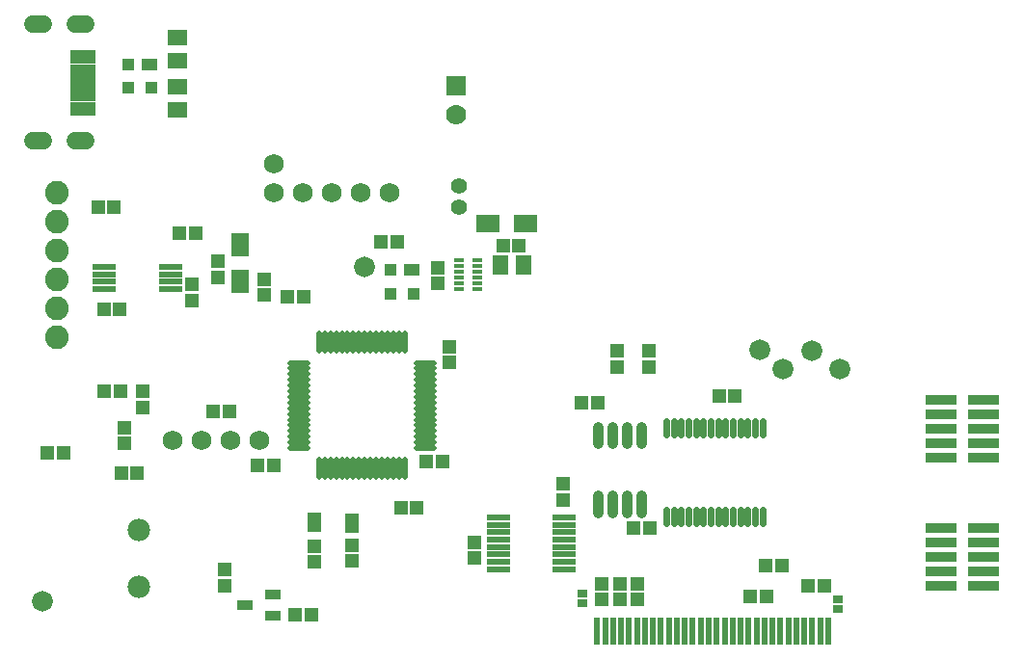
<source format=gts>
G04 ---------------------------- Layer name :TOP SOLDER LAYER*
G04 EasyEDA v5.7.26, Mon, 08 Oct 2018 11:53:26 GMT*
G04 3e30844db99a4207a4187d0db1b8c40a*
G04 Gerber Generator version 0.2*
G04 Scale: 100 percent, Rotated: No, Reflected: No *
G04 Dimensions in inches *
G04 leading zeros omitted , absolute positions ,2 integer and 4 decimal *
%FSLAX24Y24*%
%MOIN*%
G90*
G70D02*

%ADD14C,0.035559*%
%ADD15C,0.023748*%
%ADD16C,0.019024*%
%ADD19R,0.051307X0.047370*%
%ADD20R,0.047370X0.051307*%
%ADD21R,0.086740X0.025717*%
%ADD22R,0.086740X0.051307*%
%ADD23R,0.041000X0.041000*%
%ADD24R,0.055000X0.041000*%
%ADD25R,0.065870X0.053670*%
%ADD26R,0.061500X0.079500*%
%ADD27R,0.035600X0.017843*%
%ADD28R,0.053670X0.065870*%
%ADD29R,0.079500X0.061500*%
%ADD30R,0.033590X0.031620*%
%ADD31R,0.057213X0.035559*%
%ADD32R,0.079000X0.024000*%
%ADD33R,0.047370X0.068000*%
%ADD34R,0.110400X0.033600*%
%ADD35R,0.021780X0.094614*%
%ADD36R,0.070000X0.070000*%
%ADD37C,0.070000*%
%ADD38C,0.055240*%
%ADD39C,0.078000*%
%ADD40C,0.068000*%
%ADD41C,0.072000*%
%ADD42C,0.082000*%
%ADD43C,0.059181*%

%LPD*%
G54D14*
G01X19900Y5529D02*
G01X19900Y6120D01*
G01X20400Y5529D02*
G01X20400Y6120D01*
G01X20900Y5529D02*
G01X20900Y6120D01*
G01X21400Y5529D02*
G01X21400Y6120D01*
G01X19900Y7909D02*
G01X19900Y8500D01*
G01X20400Y7909D02*
G01X20400Y8500D01*
G01X20900Y7909D02*
G01X20900Y8500D01*
G01X21400Y7909D02*
G01X21400Y8500D01*
G54D43*
G01X720Y18382D02*
G01X365Y18382D01*
G01X720Y22417D02*
G01X365Y22417D01*
G01X2177Y22417D02*
G01X1822Y22417D01*
G01X2177Y18382D02*
G01X1822Y18382D01*
G54D15*
G01X25585Y8691D02*
G01X25585Y8218D01*
G01X25328Y8691D02*
G01X25328Y8218D01*
G01X25073Y8691D02*
G01X25073Y8218D01*
G01X24818Y8691D02*
G01X24818Y8218D01*
G01X24561Y8691D02*
G01X24561Y8218D01*
G01X24306Y8691D02*
G01X24306Y8218D01*
G01X24050Y8691D02*
G01X24050Y8218D01*
G01X23793Y8691D02*
G01X23793Y8218D01*
G01X23538Y8691D02*
G01X23538Y8218D01*
G01X23281Y8691D02*
G01X23281Y8218D01*
G01X23026Y8691D02*
G01X23026Y8218D01*
G01X22769Y8691D02*
G01X22769Y8218D01*
G01X22514Y8691D02*
G01X22514Y8218D01*
G01X22259Y8691D02*
G01X22259Y8218D01*
G01X25585Y5631D02*
G01X25585Y5158D01*
G01X25328Y5631D02*
G01X25328Y5158D01*
G01X25073Y5631D02*
G01X25073Y5158D01*
G01X24818Y5631D02*
G01X24818Y5158D01*
G01X24561Y5631D02*
G01X24561Y5158D01*
G01X24306Y5631D02*
G01X24306Y5158D01*
G01X24050Y5631D02*
G01X24050Y5158D01*
G01X23793Y5631D02*
G01X23793Y5158D01*
G01X23538Y5631D02*
G01X23538Y5158D01*
G01X23281Y5631D02*
G01X23281Y5158D01*
G01X23026Y5631D02*
G01X23026Y5158D01*
G01X22769Y5631D02*
G01X22769Y5158D01*
G01X22514Y5631D02*
G01X22514Y5158D01*
G01X22259Y5631D02*
G01X22259Y5158D01*
G54D16*
G01X9250Y7750D02*
G01X9848Y7750D01*
G01X9250Y7946D02*
G01X9848Y7946D01*
G01X9250Y8143D02*
G01X9848Y8143D01*
G01X9250Y8340D02*
G01X9848Y8340D01*
G01X9250Y8537D02*
G01X9848Y8537D01*
G01X9250Y8734D02*
G01X9848Y8734D01*
G01X9250Y8931D02*
G01X9848Y8931D01*
G01X9250Y9128D02*
G01X9848Y9128D01*
G01X9250Y9324D02*
G01X9848Y9324D01*
G01X9250Y9521D02*
G01X9848Y9521D01*
G01X9250Y9718D02*
G01X9848Y9718D01*
G01X9250Y9915D02*
G01X9848Y9915D01*
G01X9250Y10112D02*
G01X9848Y10112D01*
G01X9250Y10309D02*
G01X9848Y10309D01*
G01X9250Y10505D02*
G01X9848Y10505D01*
G01X9250Y10702D02*
G01X9848Y10702D01*
G01X10258Y11112D02*
G01X10258Y11710D01*
G01X10455Y11112D02*
G01X10455Y11710D01*
G01X10652Y11112D02*
G01X10652Y11710D01*
G01X10848Y11112D02*
G01X10848Y11710D01*
G01X11045Y11112D02*
G01X11045Y11710D01*
G01X11242Y11112D02*
G01X11242Y11710D01*
G01X11439Y11112D02*
G01X11439Y11710D01*
G01X11636Y11112D02*
G01X11636Y11710D01*
G01X11833Y11112D02*
G01X11833Y11710D01*
G01X12030Y11112D02*
G01X12030Y11710D01*
G01X12226Y11112D02*
G01X12226Y11710D01*
G01X12423Y11112D02*
G01X12423Y11710D01*
G01X12620Y11112D02*
G01X12620Y11710D01*
G01X12817Y11112D02*
G01X12817Y11710D01*
G01X13014Y11112D02*
G01X13014Y11710D01*
G01X13211Y11112D02*
G01X13211Y11710D01*
G01X13620Y10702D02*
G01X14218Y10702D01*
G01X13620Y10505D02*
G01X14218Y10505D01*
G01X13620Y10309D02*
G01X14218Y10309D01*
G01X13620Y10112D02*
G01X14218Y10112D01*
G01X13620Y9915D02*
G01X14218Y9915D01*
G01X13620Y9718D02*
G01X14218Y9718D01*
G01X13620Y9521D02*
G01X14218Y9521D01*
G01X13620Y9324D02*
G01X14218Y9324D01*
G01X13620Y9128D02*
G01X14218Y9128D01*
G01X13620Y8931D02*
G01X14218Y8931D01*
G01X13620Y8734D02*
G01X14218Y8734D01*
G01X13620Y8537D02*
G01X14218Y8537D01*
G01X13620Y8340D02*
G01X14218Y8340D01*
G01X13620Y8143D02*
G01X14218Y8143D01*
G01X13620Y7946D02*
G01X14218Y7946D01*
G01X13620Y7750D02*
G01X14218Y7750D01*
G01X13211Y6742D02*
G01X13211Y7340D01*
G01X13014Y6742D02*
G01X13014Y7340D01*
G01X12817Y6742D02*
G01X12817Y7340D01*
G01X12620Y6742D02*
G01X12620Y7340D01*
G01X12423Y6742D02*
G01X12423Y7340D01*
G01X12226Y6742D02*
G01X12226Y7340D01*
G01X12030Y6742D02*
G01X12030Y7340D01*
G01X11833Y6742D02*
G01X11833Y7340D01*
G01X11636Y6742D02*
G01X11636Y7340D01*
G01X11439Y6742D02*
G01X11439Y7340D01*
G01X11242Y6742D02*
G01X11242Y7340D01*
G01X11045Y6742D02*
G01X11045Y7340D01*
G01X10848Y6742D02*
G01X10848Y7340D01*
G01X10652Y6742D02*
G01X10652Y7340D01*
G01X10455Y6742D02*
G01X10455Y7340D01*
G01X10258Y6742D02*
G01X10258Y7340D01*
G54D19*
G01X4150Y9710D03*
G01X4150Y9159D03*
G54D20*
G01X7160Y9025D03*
G01X6609Y9025D03*
G54D21*
G01X2098Y19878D03*
G01X2098Y20134D03*
G01X2098Y20390D03*
G01X2098Y20646D03*
G01X2098Y20902D03*
G54D22*
G01X2098Y21295D03*
G01X2098Y19484D03*
G54D23*
G01X3668Y20203D03*
G01X4457Y20203D03*
G01X3668Y21023D03*
G54D24*
G01X4377Y21023D03*
G54D25*
G01X5368Y21151D03*
G01X5368Y21951D03*
G01X5375Y20244D03*
G01X5375Y19444D03*
G54D36*
G01X15000Y20300D03*
G54D37*
G01X15000Y19300D03*
G54D19*
G01X5850Y12864D03*
G01X5850Y13415D03*
G54D20*
G01X2814Y12550D03*
G01X3365Y12550D03*
G54D26*
G01X7539Y14799D03*
G01X7539Y13509D03*
G54D19*
G01X8350Y13039D03*
G01X8350Y13590D03*
G54D27*
G01X15714Y13257D03*
G01X15714Y13454D03*
G01X15714Y13651D03*
G01X15714Y13848D03*
G01X15714Y14044D03*
G01X15714Y14242D03*
G01X15085Y14242D03*
G01X15085Y14044D03*
G01X15085Y13848D03*
G01X15085Y13651D03*
G01X15085Y13454D03*
G01X15085Y13257D03*
G54D20*
G01X16614Y14750D03*
G01X17165Y14750D03*
G54D19*
G01X14350Y13439D03*
G01X14350Y13990D03*
G54D28*
G01X17325Y14100D03*
G01X16525Y14100D03*
G54D29*
G01X17399Y15535D03*
G01X16109Y15535D03*
G54D20*
G01X1410Y7600D03*
G01X859Y7600D03*
G01X3414Y6875D03*
G01X3965Y6875D03*
G54D19*
G01X3525Y7914D03*
G01X3525Y8465D03*
G54D20*
G01X2839Y9725D03*
G01X3390Y9725D03*
G54D23*
G01X12735Y13090D03*
G01X13525Y13090D03*
G01X12735Y13909D03*
G54D24*
G01X13444Y13909D03*
G54D20*
G01X12960Y14900D03*
G01X12409Y14900D03*
G01X24635Y9550D03*
G01X24084Y9550D03*
G01X25164Y2625D03*
G01X25715Y2625D03*
G01X27710Y3000D03*
G01X27159Y3000D03*
G01X26260Y3700D03*
G01X25709Y3700D03*
G54D19*
G01X20025Y3060D03*
G01X20025Y2509D03*
G01X20650Y3060D03*
G01X20650Y2509D03*
G54D30*
G01X28200Y2519D03*
G01X28200Y2186D03*
G01X19350Y2380D03*
G01X19350Y2713D03*
G54D19*
G01X21275Y3060D03*
G01X21275Y2509D03*
G54D38*
G01X15100Y16803D03*
G01X15100Y16096D03*
G54D20*
G01X2614Y16075D03*
G01X3165Y16075D03*
G54D19*
G01X6750Y14210D03*
G01X6750Y13659D03*
G01X20550Y10563D03*
G01X20550Y11114D03*
G01X21675Y11110D03*
G01X21675Y10559D03*
G01X7000Y2989D03*
G01X7000Y3540D03*
G54D39*
G01X4025Y4925D03*
G01X4025Y2955D03*
G54D31*
G01X7682Y2325D03*
G01X8667Y2698D03*
G01X8667Y1951D03*
G54D20*
G01X9985Y1975D03*
G01X9434Y1975D03*
G54D19*
G01X18700Y5964D03*
G01X18700Y6515D03*
G01X15625Y3939D03*
G01X15625Y4490D03*
G54D32*
G01X16455Y5355D03*
G01X16455Y5094D03*
G01X16455Y4844D03*
G01X16455Y4584D03*
G01X16455Y4325D03*
G01X16455Y4075D03*
G01X16455Y3815D03*
G01X16455Y3565D03*
G01X18735Y3565D03*
G01X18735Y3815D03*
G01X18735Y4075D03*
G01X18735Y4325D03*
G01X18735Y4584D03*
G01X18735Y4844D03*
G01X18735Y5094D03*
G01X18735Y5355D03*
G54D20*
G01X9710Y13000D03*
G01X9159Y13000D03*
G01X13635Y5675D03*
G01X13084Y5675D03*
G54D19*
G01X14775Y11260D03*
G01X14775Y10709D03*
G54D33*
G01X10101Y5186D03*
G01X11398Y5165D03*
G54D19*
G01X10100Y3814D03*
G01X10100Y4365D03*
G01X11400Y3839D03*
G01X11400Y4390D03*
G54D20*
G01X13964Y7275D03*
G01X14515Y7275D03*
G54D34*
G01X33230Y5000D03*
G01X33230Y4500D03*
G01X33230Y4000D03*
G01X33230Y3500D03*
G01X33230Y3000D03*
G01X31769Y5000D03*
G01X31769Y4500D03*
G01X31769Y4000D03*
G01X31769Y3500D03*
G01X31769Y3000D03*
G54D32*
G01X2830Y14030D03*
G01X2830Y13769D03*
G01X2830Y13519D03*
G01X2830Y13259D03*
G01X5110Y13259D03*
G01X5110Y13519D03*
G01X5110Y13769D03*
G01X5110Y14030D03*
G54D20*
G01X5985Y15200D03*
G01X5434Y15200D03*
G54D40*
G01X8700Y16600D03*
G01X9700Y16600D03*
G01X10700Y16600D03*
G01X11700Y16600D03*
G01X12700Y16600D03*
G01X8700Y17600D03*
G54D20*
G01X8685Y7150D03*
G01X8134Y7150D03*
G54D41*
G01X11825Y14025D03*
G01X27300Y11125D03*
G01X26300Y10500D03*
G01X25500Y11150D03*
G01X28275Y10475D03*
G54D35*
G01X27585Y1404D03*
G01X27309Y1405D03*
G01X27860Y1404D03*
G01X27034Y1405D03*
G01X26759Y1405D03*
G01X26482Y1405D03*
G01X26207Y1405D03*
G01X25931Y1405D03*
G01X25656Y1405D03*
G01X25381Y1405D03*
G01X25105Y1405D03*
G01X24829Y1405D03*
G01X24553Y1405D03*
G01X24277Y1405D03*
G01X24002Y1405D03*
G01X23727Y1405D03*
G01X23452Y1405D03*
G01X23176Y1404D03*
G01X22901Y1404D03*
G01X22625Y1405D03*
G01X22348Y1405D03*
G01X22073Y1405D03*
G01X21797Y1405D03*
G01X21522Y1405D03*
G01X21247Y1405D03*
G01X20971Y1405D03*
G01X20696Y1405D03*
G01X20419Y1405D03*
G01X20144Y1405D03*
G01X19868Y1405D03*
G54D34*
G01X33230Y9425D03*
G01X33230Y8925D03*
G01X33230Y8425D03*
G01X33230Y7925D03*
G01X33230Y7425D03*
G01X31769Y9425D03*
G01X31769Y8925D03*
G01X31769Y8425D03*
G01X31769Y7925D03*
G01X31769Y7425D03*
G54D20*
G01X21685Y5000D03*
G01X21134Y5000D03*
G01X19885Y9325D03*
G01X19334Y9325D03*
G54D41*
G01X700Y2450D03*
G54D42*
G01X1200Y16600D03*
G01X1200Y15600D03*
G01X1200Y14600D03*
G01X1200Y13600D03*
G01X1200Y12600D03*
G01X1200Y11600D03*
G54D40*
G01X5200Y8025D03*
G01X6200Y8025D03*
G01X7200Y8025D03*
G01X8200Y8025D03*
M00*
M02*

</source>
